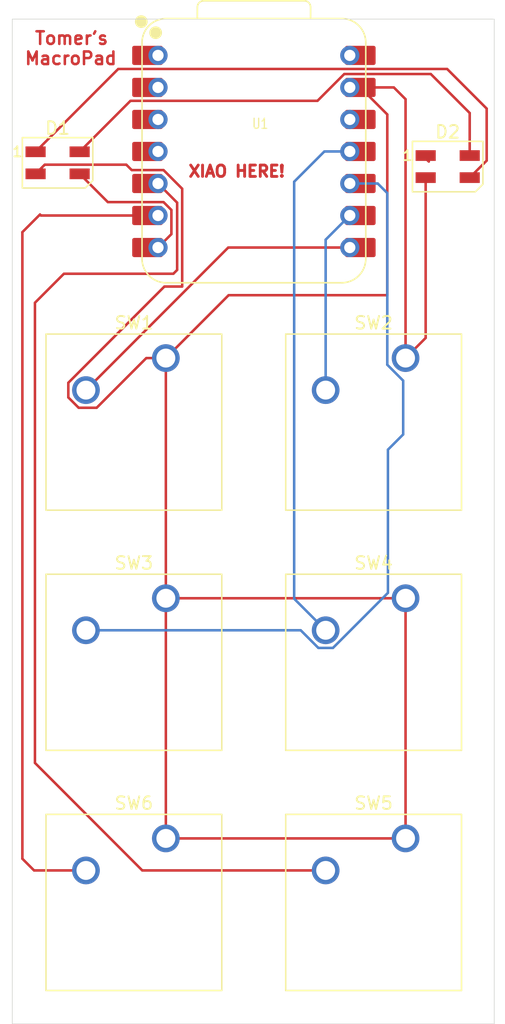
<source format=kicad_pcb>
(kicad_pcb (version 20241229) (generator "pcbnew") (generator_version "9.0")
  (layers (0 "F.Cu" signal) (2 "B.Cu" signal) (13 "F.Paste" user) (15 "B.Paste" user) (5 "F.SilkS" user "F.Silkscreen") (7 "B.SilkS" user "B.Silkscreen") (1 "F.Mask" user) (3 "B.Mask" user) (25 "Edge.Cuts" user))
  (net 0 "")
  (net 1 "GND")
  (net 2 "Net-(D1-DIN)")
  (net 3 "Net-(D1-VDD)")
  (net 4 "Net-(D1-DOUT)")
  (net 5 "unconnected-(D2-DOUT-Pad1)")
  (net 6 "Net-(U1-GPIO1{slash}RX)")
  (net 7 "Net-(U1-GPIO2{slash}SCK)")
  (net 8 "Net-(U1-GPIO4{slash}MISO)")
  (net 9 "Net-(U1-GPIO3{slash}MOSI)")
  (net 14 "+5V")
  (net 16 "Net-(U1-GPIO6{slash}SDA)")
  (net 17 "Net-(U1-GPIO7{slash}SCL)")
  (footprint "MacroPadPCB:XIAO-RP2040-DIP" (layer "F.Cu") (at 90.5 71.4)
    (property "Reference" "U1" (at 0.5 -2.2 0) (layer "F.SilkS") (effects (font (size 0.8 0.635) (thickness 0.1016))))
    (property "Value" "XIAO-RP2040-DIP")
    (fp_line (start -8.89 8.509) (end -8.89 -8.636) (stroke (width 0.127)) (layer "F.SilkS"))
    (fp_line (start -6.985 10.414) (end 6.985 10.414) (stroke (width 0.127)) (layer "F.SilkS"))
    (fp_line (start -4.495 -10.541) (end -4.491272 -11.451272) (stroke (width 0.127)) (layer "F.SilkS"))
    (fp_line (start -3.991272 -11.951) (end 4.004 -11.951) (stroke (width 0.127)) (layer "F.SilkS"))
    (fp_line (start 4.504 -11.451) (end 4.504 -10.541) (stroke (width 0.127)) (layer "F.SilkS"))
    (fp_line (start 6.985 -10.541) (end -6.985 -10.541) (stroke (width 0.1)) (layer "F.SilkS"))
    (fp_line (start 6.985 -10.541) (end -6.985 -10.541) (stroke (width 0.127)) (layer "F.SilkS"))
    (fp_line (start 8.89 8.509) (end 8.89 -8.636) (stroke (width 0.127)) (layer "F.SilkS"))
    (fp_arc (start -8.89 -8.636) (mid -8.332038 -9.983038) (end -6.985 -10.541) (stroke (width 0.127)) (layer "F.SilkS"))
    (fp_arc (start -6.985 10.414) (mid -8.332038 9.856038) (end -8.89 8.509) (stroke (width 0.127)) (layer "F.SilkS"))
    (fp_arc (start -4.491272 -11.451272) (mid -4.344728 -11.80464) (end -3.991272 -11.951) (stroke (width 0.127)) (layer "F.SilkS"))
    (fp_arc (start 4.004 -11.951) (mid 4.357553 -11.804553) (end 4.504 -11.451) (stroke (width 0.127)) (layer "F.SilkS"))
    (fp_arc (start 6.985 -10.541) (mid 8.332038 -9.983038) (end 8.89 -8.636) (stroke (width 0.127)) (layer "F.SilkS"))
    (fp_arc (start 8.89 8.509) (mid 8.332038 9.856038) (end 6.985 10.414) (stroke (width 0.127)) (layer "F.SilkS"))
    (fp_circle (center -8.95 -10.3) (end -8.95 -10.554) (stroke (width 0.5)) (fill yes) (layer "F.SilkS"))
    (fp_circle (center -7.807 -9.42) (end -7.807 -9.674) (stroke (width 0.5)) (fill yes) (layer "F.SilkS"))
    (pad "1" smd roundrect (at -8.455 -7.62 180) (size 2.432 1.524) (layers "F.Cu" "F.Mask") (roundrect_rratio 0.1))
    (pad "1" thru_hole circle (at -7.62 -7.62 180) (size 1.524 1.524) (drill 0.889) (layers "*.Cu" "*.Mask"))
    (pad "2" smd roundrect (at -8.455 -5.08 180) (size 2.432 1.524) (layers "F.Cu" "F.Mask") (roundrect_rratio 0.1))
    (pad "2" thru_hole circle (at -7.62 -5.08 180) (size 1.524 1.524) (drill 0.889) (layers "*.Cu" "*.Mask"))
    (pad "3" smd roundrect (at -8.455 -2.54 180) (size 2.432 1.524) (layers "F.Cu" "F.Mask") (roundrect_rratio 0.1))
    (pad "3" thru_hole circle (at -7.62 -2.54 180) (size 1.524 1.524) (drill 0.889) (layers "*.Cu" "*.Mask"))
    (pad "4" smd roundrect (at -8.455 0 180) (size 2.432 1.524) (layers "F.Cu" "F.Mask") (roundrect_rratio 0.1))
    (pad "4" thru_hole circle (at -7.62 0 180) (size 1.524 1.524) (drill 0.889) (layers "*.Cu" "*.Mask"))
    (pad "5" smd roundrect (at -8.455 2.54 180) (size 2.432 1.524) (layers "F.Cu" "F.Mask") (roundrect_rratio 0.1) (net 16 "Net-(U1-GPIO6{slash}SDA)"))
    (pad "5" thru_hole circle (at -7.62 2.54 180) (size 1.524 1.524) (drill 0.889) (layers "*.Cu" "*.Mask") (net 16 "Net-(U1-GPIO6{slash}SDA)"))
    (pad "6" smd roundrect (at -8.455 5.08 180) (size 2.432 1.524) (layers "F.Cu" "F.Mask") (roundrect_rratio 0.1) (net 17 "Net-(U1-GPIO7{slash}SCL)"))
    (pad "6" thru_hole circle (at -7.62 5.08 180) (size 1.524 1.524) (drill 0.889) (layers "*.Cu" "*.Mask") (net 17 "Net-(U1-GPIO7{slash}SCL)"))
    (pad "7" smd roundrect (at -8.455 7.62 180) (size 2.432 1.524) (layers "F.Cu" "F.Mask") (roundrect_rratio 0.1) (net 2 "Net-(D1-DIN)"))
    (pad "7" thru_hole circle (at -7.62 7.62 180) (size 1.524 1.524) (drill 0.889) (layers "*.Cu" "*.Mask") (net 2 "Net-(D1-DIN)"))
    (pad "8" thru_hole circle (at 7.62 7.62) (size 1.524 1.524) (drill 0.889) (layers "*.Cu" "*.Mask") (net 6 "Net-(U1-GPIO1{slash}RX)"))
    (pad "8" smd roundrect (at 8.455 7.62) (size 2.432 1.524) (layers "F.Cu" "F.Mask") (roundrect_rratio 0.1) (net 6 "Net-(U1-GPIO1{slash}RX)"))
    (pad "9" thru_hole circle (at 7.62 5.08) (size 1.524 1.524) (drill 0.889) (layers "*.Cu" "*.Mask") (net 7 "Net-(U1-GPIO2{slash}SCK)"))
    (pad "9" smd roundrect (at 8.455 5.08) (size 2.432 1.524) (layers "F.Cu" "F.Mask") (roundrect_rratio 0.1) (net 7 "Net-(U1-GPIO2{slash}SCK)"))
    (pad "10" thru_hole circle (at 7.62 2.54) (size 1.524 1.524) (drill 0.889) (layers "*.Cu" "*.Mask") (net 8 "Net-(U1-GPIO4{slash}MISO)"))
    (pad "10" smd roundrect (at 8.455 2.54) (size 2.432 1.524) (layers "F.Cu" "F.Mask") (roundrect_rratio 0.1) (net 8 "Net-(U1-GPIO4{slash}MISO)"))
    (pad "11" thru_hole circle (at 7.62 0) (size 1.524 1.524) (drill 0.889) (layers "*.Cu" "*.Mask") (net 9 "Net-(U1-GPIO3{slash}MOSI)"))
    (pad "11" smd roundrect (at 8.455 0) (size 2.432 1.524) (layers "F.Cu" "F.Mask") (roundrect_rratio 0.1) (net 9 "Net-(U1-GPIO3{slash}MOSI)"))
    (pad "12" thru_hole circle (at 7.62 -2.54) (size 1.524 1.524) (drill 0.889) (layers "*.Cu" "*.Mask"))
    (pad "12" smd roundrect (at 8.455 -2.54) (size 2.432 1.524) (layers "F.Cu" "F.Mask") (roundrect_rratio 0.1))
    (pad "13" thru_hole circle (at 7.62 -5.08) (size 1.524 1.524) (drill 0.889) (layers "*.Cu" "*.Mask") (net 1 "GND"))
    (pad "13" smd roundrect (at 8.455 -5.08) (size 2.432 1.524) (layers "F.Cu" "F.Mask") (roundrect_rratio 0.1) (net 1 "GND"))
    (pad "14" thru_hole circle (at 7.62 -7.62) (size 1.524 1.524) (drill 0.889) (layers "*.Cu" "*.Mask") (net 14 "+5V"))
    (pad "14" smd roundrect (at 8.455 -7.62) (size 2.432 1.524) (layers "F.Cu" "F.Mask") (roundrect_rratio 0.1) (net 14 "+5V"))
  )
  (footprint "Button_Switch_Keyboard:SW_Cherry_MX_1.00u_PCB" (layer "F.Cu") (at 83.5025 106.83875)
    (property "Reference" "SW3" (at -2.54 -2.794 0) (layer "F.SilkS"))
    (property "Value" "SW_Push")
    (fp_line (start -9.525 -1.905) (end 4.445 -1.905) (stroke (width 0.12)) (layer "F.SilkS"))
    (fp_line (start -9.525 12.065) (end -9.525 -1.905) (stroke (width 0.12)) (layer "F.SilkS"))
    (fp_line (start 4.445 -1.905) (end 4.445 12.065) (stroke (width 0.12)) (layer "F.SilkS"))
    (fp_line (start 4.445 12.065) (end -9.525 12.065) (stroke (width 0.12)) (layer "F.SilkS"))
    (pad "" np_thru_hole circle (at -7.62 5.08) (size 1.7 1.7) (drill 1.7) (layers "*.Cu" "*.Mask"))
    (pad "" np_thru_hole circle (at -2.54 5.08) (size 4 4) (drill 4) (layers "*.Cu" "*.Mask"))
    (pad "" np_thru_hole circle (at 2.54 5.08) (size 1.7 1.7) (drill 1.7) (layers "*.Cu" "*.Mask"))
    (pad "1" thru_hole circle (at 0 0) (size 2.2 2.2) (drill 1.5) (layers "*.Cu" "*.Mask") (net 1 "GND"))
    (pad "2" thru_hole circle (at -6.35 2.54) (size 2.2 2.2) (drill 1.5) (layers "*.Cu" "*.Mask") (net 8 "Net-(U1-GPIO4{slash}MISO)"))
  )
  (footprint "Button_Switch_Keyboard:SW_Cherry_MX_1.00u_PCB" (layer "F.Cu") (at 83.5025 87.78875)
    (property "Reference" "SW1" (at -2.54 -2.794 0) (layer "F.SilkS"))
    (property "Value" "SW_Push")
    (fp_line (start -9.525 -1.905) (end 4.445 -1.905) (stroke (width 0.12)) (layer "F.SilkS"))
    (fp_line (start -9.525 12.065) (end -9.525 -1.905) (stroke (width 0.12)) (layer "F.SilkS"))
    (fp_line (start 4.445 -1.905) (end 4.445 12.065) (stroke (width 0.12)) (layer "F.SilkS"))
    (fp_line (start 4.445 12.065) (end -9.525 12.065) (stroke (width 0.12)) (layer "F.SilkS"))
    (pad "" np_thru_hole circle (at -7.62 5.08) (size 1.7 1.7) (drill 1.7) (layers "*.Cu" "*.Mask"))
    (pad "" np_thru_hole circle (at -2.54 5.08) (size 4 4) (drill 4) (layers "*.Cu" "*.Mask"))
    (pad "" np_thru_hole circle (at 2.54 5.08) (size 1.7 1.7) (drill 1.7) (layers "*.Cu" "*.Mask"))
    (pad "1" thru_hole circle (at 0 0) (size 2.2 2.2) (drill 1.5) (layers "*.Cu" "*.Mask") (net 1 "GND"))
    (pad "2" thru_hole circle (at -6.35 2.54) (size 2.2 2.2) (drill 1.5) (layers "*.Cu" "*.Mask") (net 6 "Net-(U1-GPIO1{slash}RX)"))
  )
  (footprint "Button_Switch_Keyboard:SW_Cherry_MX_1.00u_PCB" (layer "F.Cu") (at 83.5025 125.88875)
    (property "Reference" "SW6" (at -2.54 -2.794 0) (layer "F.SilkS"))
    (property "Value" "SW_Push")
    (fp_line (start -9.525 -1.905) (end 4.445 -1.905) (stroke (width 0.12)) (layer "F.SilkS"))
    (fp_line (start -9.525 12.065) (end -9.525 -1.905) (stroke (width 0.12)) (layer "F.SilkS"))
    (fp_line (start 4.445 -1.905) (end 4.445 12.065) (stroke (width 0.12)) (layer "F.SilkS"))
    (fp_line (start 4.445 12.065) (end -9.525 12.065) (stroke (width 0.12)) (layer "F.SilkS"))
    (pad "" np_thru_hole circle (at -7.62 5.08) (size 1.7 1.7) (drill 1.7) (layers "*.Cu" "*.Mask"))
    (pad "" np_thru_hole circle (at -2.54 5.08) (size 4 4) (drill 4) (layers "*.Cu" "*.Mask"))
    (pad "" np_thru_hole circle (at 2.54 5.08) (size 1.7 1.7) (drill 1.7) (layers "*.Cu" "*.Mask"))
    (pad "1" thru_hole circle (at 0 0) (size 2.2 2.2) (drill 1.5) (layers "*.Cu" "*.Mask") (net 1 "GND"))
    (pad "2" thru_hole circle (at -6.35 2.54) (size 2.2 2.2) (drill 1.5) (layers "*.Cu" "*.Mask") (net 17 "Net-(U1-GPIO7{slash}SCL)"))
  )
  (footprint "Button_Switch_Keyboard:SW_Cherry_MX_1.00u_PCB" (layer "F.Cu") (at 102.5525 106.83875)
    (property "Reference" "SW4" (at -2.54 -2.794 0) (layer "F.SilkS"))
    (property "Value" "SW_Push")
    (fp_line (start -9.525 -1.905) (end 4.445 -1.905) (stroke (width 0.12)) (layer "F.SilkS"))
    (fp_line (start -9.525 12.065) (end -9.525 -1.905) (stroke (width 0.12)) (layer "F.SilkS"))
    (fp_line (start 4.445 -1.905) (end 4.445 12.065) (stroke (width 0.12)) (layer "F.SilkS"))
    (fp_line (start 4.445 12.065) (end -9.525 12.065) (stroke (width 0.12)) (layer "F.SilkS"))
    (pad "" np_thru_hole circle (at -7.62 5.08) (size 1.7 1.7) (drill 1.7) (layers "*.Cu" "*.Mask"))
    (pad "" np_thru_hole circle (at -2.54 5.08) (size 4 4) (drill 4) (layers "*.Cu" "*.Mask"))
    (pad "" np_thru_hole circle (at 2.54 5.08) (size 1.7 1.7) (drill 1.7) (layers "*.Cu" "*.Mask"))
    (pad "1" thru_hole circle (at 0 0) (size 2.2 2.2) (drill 1.5) (layers "*.Cu" "*.Mask") (net 1 "GND"))
    (pad "2" thru_hole circle (at -6.35 2.54) (size 2.2 2.2) (drill 1.5) (layers "*.Cu" "*.Mask") (net 9 "Net-(U1-GPIO3{slash}MOSI)"))
  )
  (footprint "LED_SMD:LED_SK6812MINI_PLCC4_3.5x3.5mm_P1.75mm" (layer "F.Cu") (at 105.9 72.6)
    (property "Reference" "D2" (at 0 -2.75 0) (layer "F.SilkS"))
    (property "Value" "SK6812MINI")
    (fp_line (start -2.8 -2) (end -2.8 2) (stroke (width 0.12)) (layer "F.SilkS"))
    (fp_line (start -2.8 -2) (end 2.8 -2) (stroke (width 0.12)) (layer "F.SilkS"))
    (fp_line (start -2.8 2) (end 2.2 2) (stroke (width 0.12)) (layer "F.SilkS"))
    (fp_line (start 2.8 1.4) (end 2.2 2) (stroke (width 0.12)) (layer "F.SilkS"))
    (fp_line (start 2.8 1.4) (end 2.8 -2) (stroke (width 0.12)) (layer "F.SilkS"))
    (fp_text user "1" (at -3.2 -0.875 0) (layer "F.SilkS") (effects (font (size 0.8 0.8))))
    (pad "1" smd rect (at -1.75 -0.875) (size 1.6 0.85) (layers "F.Cu" "F.Mask" "F.Paste") (net 5 "unconnected-(D2-DOUT-Pad1)"))
    (pad "2" smd rect (at -1.75 0.875) (size 1.6 0.85) (layers "F.Cu" "F.Mask" "F.Paste") (net 1 "GND"))
    (pad "3" smd rect (at 1.75 0.875) (size 1.6 0.85) (layers "F.Cu" "F.Mask" "F.Paste") (net 4 "Net-(D1-DOUT)"))
    (pad "4" smd rect (at 1.75 -0.875) (size 1.6 0.85) (layers "F.Cu" "F.Mask" "F.Paste") (net 3 "Net-(D1-VDD)"))
  )
  (footprint "Button_Switch_Keyboard:SW_Cherry_MX_1.00u_PCB" (layer "F.Cu") (at 102.5525 125.88875)
    (property "Reference" "SW5" (at -2.54 -2.794 0) (layer "F.SilkS"))
    (property "Value" "SW_Push")
    (fp_line (start -9.525 -1.905) (end 4.445 -1.905) (stroke (width 0.12)) (layer "F.SilkS"))
    (fp_line (start -9.525 12.065) (end -9.525 -1.905) (stroke (width 0.12)) (layer "F.SilkS"))
    (fp_line (start 4.445 -1.905) (end 4.445 12.065) (stroke (width 0.12)) (layer "F.SilkS"))
    (fp_line (start 4.445 12.065) (end -9.525 12.065) (stroke (width 0.12)) (layer "F.SilkS"))
    (pad "" np_thru_hole circle (at -7.62 5.08) (size 1.7 1.7) (drill 1.7) (layers "*.Cu" "*.Mask"))
    (pad "" np_thru_hole circle (at -2.54 5.08) (size 4 4) (drill 4) (layers "*.Cu" "*.Mask"))
    (pad "" np_thru_hole circle (at 2.54 5.08) (size 1.7 1.7) (drill 1.7) (layers "*.Cu" "*.Mask"))
    (pad "1" thru_hole circle (at 0 0) (size 2.2 2.2) (drill 1.5) (layers "*.Cu" "*.Mask") (net 1 "GND"))
    (pad "2" thru_hole circle (at -6.35 2.54) (size 2.2 2.2) (drill 1.5) (layers "*.Cu" "*.Mask") (net 16 "Net-(U1-GPIO6{slash}SDA)"))
  )
  (footprint "Button_Switch_Keyboard:SW_Cherry_MX_1.00u_PCB" (layer "F.Cu") (at 102.5525 87.78875)
    (property "Reference" "SW2" (at -2.54 -2.794 0) (layer "F.SilkS"))
    (property "Value" "SW_Push")
    (fp_line (start -9.525 -1.905) (end 4.445 -1.905) (stroke (width 0.12)) (layer "F.SilkS"))
    (fp_line (start -9.525 12.065) (end -9.525 -1.905) (stroke (width 0.12)) (layer "F.SilkS"))
    (fp_line (start 4.445 -1.905) (end 4.445 12.065) (stroke (width 0.12)) (layer "F.SilkS"))
    (fp_line (start 4.445 12.065) (end -9.525 12.065) (stroke (width 0.12)) (layer "F.SilkS"))
    (pad "" np_thru_hole circle (at -7.62 5.08) (size 1.7 1.7) (drill 1.7) (layers "*.Cu" "*.Mask"))
    (pad "" np_thru_hole circle (at -2.54 5.08) (size 4 4) (drill 4) (layers "*.Cu" "*.Mask"))
    (pad "" np_thru_hole circle (at 2.54 5.08) (size 1.7 1.7) (drill 1.7) (layers "*.Cu" "*.Mask"))
    (pad "1" thru_hole circle (at 0 0) (size 2.2 2.2) (drill 1.5) (layers "*.Cu" "*.Mask") (net 1 "GND"))
    (pad "2" thru_hole circle (at -6.35 2.54) (size 2.2 2.2) (drill 1.5) (layers "*.Cu" "*.Mask") (net 7 "Net-(U1-GPIO2{slash}SCK)"))
  )
  (footprint "LED_SMD:LED_SK6812MINI_PLCC4_3.5x3.5mm_P1.75mm" (layer "F.Cu") (at 74.9 72.3)
    (property "Reference" "D1" (at 0 -2.75 0) (layer "F.SilkS"))
    (property "Value" "SK6812MINI")
    (fp_line (start -2.8 -2) (end -2.8 2) (stroke (width 0.12)) (layer "F.SilkS"))
    (fp_line (start -2.8 -2) (end 2.8 -2) (stroke (width 0.12)) (layer "F.SilkS"))
    (fp_line (start -2.8 2) (end 2.2 2) (stroke (width 0.12)) (layer "F.SilkS"))
    (fp_line (start 2.8 1.4) (end 2.2 2) (stroke (width 0.12)) (layer "F.SilkS"))
    (fp_line (start 2.8 1.4) (end 2.8 -2) (stroke (width 0.12)) (layer "F.SilkS"))
    (fp_text user "1" (at -3.2 -0.875 0) (layer "F.SilkS") (effects (font (size 0.8 0.8))))
    (pad "1" smd rect (at -1.75 -0.875) (size 1.6 0.85) (layers "F.Cu" "F.Mask" "F.Paste") (net 4 "Net-(D1-DOUT)"))
    (pad "2" smd rect (at -1.75 0.875) (size 1.6 0.85) (layers "F.Cu" "F.Mask" "F.Paste") (net 1 "GND"))
    (pad "3" smd rect (at 1.75 0.875) (size 1.6 0.85) (layers "F.Cu" "F.Mask" "F.Paste") (net 2 "Net-(D1-DIN)"))
    (pad "4" smd rect (at 1.75 -0.875) (size 1.6 0.85) (layers "F.Cu" "F.Mask" "F.Paste") (net 3 "Net-(D1-VDD)"))
  )
  (gr_rect (start 71.3 60.9) (end 109.6 140.6) (stroke (width 0.05)) (fill no) (layer "Edge.Cuts"))
  (gr_text "Tomer's" (at 73 63 0) (layer "F.Cu") (effects (font (size 1 1) (thickness 0.2) (bold yes)) (justify left bottom)))
  (gr_text "MacroPad" (at 72.2 64.6 0) (layer "F.Cu") (effects (font (size 1 1) (thickness 0.2) (bold yes)) (justify left bottom)))
  (gr_text "XIAO HERE!" (at 85.2 73.5 0) (layer "F.Cu") (effects (font (size 0.9 0.9) (thickness 0.225) (bold yes)) (justify left bottom)))
  (segment (start 102.5525 87.78875) (end 104.15 86.19125) (width 0.2) (layer "F.Cu") (net 1))
  (segment (start 73.876 72.449) (end 80.361374 72.449) (width 0.2) (layer "F.Cu") (net 1))
  (segment (start 75.7515 89.748436) (end 75.7515 90.909064) (width 0.2) (layer "F.Cu") (net 1))
  (segment (start 101.1 82.8) (end 101.1 68.465) (width 0.2) (layer "F.Cu") (net 1))
  (segment (start 73.15 73.175) (end 73.876 72.449) (width 0.2) (layer "F.Cu") (net 1))
  (segment (start 76.572186 91.72975) (end 78.005866 91.72975) (width 0.2) (layer "F.Cu") (net 1))
  (segment (start 88.49125 82.8) (end 101.1 82.8) (width 0.2) (layer "F.Cu") (net 1))
  (segment (start 80.789374 72.877) (end 83.32031 72.877) (width 0.2) (layer "F.Cu") (net 1))
  (segment (start 84.801 82.11315) (end 83.386786 82.11315) (width 0.2) (layer "F.Cu") (net 1))
  (segment (start 84.801 74.35769) (end 84.801 82.11315) (width 0.2) (layer "F.Cu") (net 1))
  (segment (start 83.5025 125.88875) (end 102.5525 125.88875) (width 0.2) (layer "F.Cu") (net 1))
  (segment (start 83.5025 87.78875) (end 88.49125 82.8) (width 0.2) (layer "F.Cu") (net 1))
  (segment (start 83.5025 106.83875) (end 83.5025 87.78875) (width 0.2) (layer "F.Cu") (net 1))
  (segment (start 102.5525 106.83875) (end 83.5025 106.83875) (width 0.2) (layer "F.Cu") (net 1))
  (segment (start 80.361374 72.449) (end 80.789374 72.877) (width 0.2) (layer "F.Cu") (net 1))
  (segment (start 101.62 66.32) (end 98.12 66.32) (width 0.2) (layer "F.Cu") (net 1))
  (segment (start 78.005866 91.72975) (end 81.946866 87.78875) (width 0.2) (layer "F.Cu") (net 1))
  (segment (start 83.386786 82.11315) (end 75.7515 89.748436) (width 0.2) (layer "F.Cu") (net 1))
  (segment (start 101.1 68.465) (end 98.955 66.32) (width 0.2) (layer "F.Cu") (net 1))
  (segment (start 102.5525 67.2525) (end 101.62 66.32) (width 0.2) (layer "F.Cu") (net 1))
  (segment (start 83.5025 106.83875) (end 83.5025 125.88875) (width 0.2) (layer "F.Cu") (net 1))
  (segment (start 102.5525 87.78875) (end 102.5525 67.2525) (width 0.2) (layer "F.Cu") (net 1))
  (segment (start 102.5525 125.88875) (end 102.5525 106.83875) (width 0.2) (layer "F.Cu") (net 1))
  (segment (start 75.7515 90.909064) (end 76.572186 91.72975) (width 0.2) (layer "F.Cu") (net 1))
  (segment (start 83.32031 72.877) (end 84.801 74.35769) (width 0.2) (layer "F.Cu") (net 1))
  (segment (start 81.946866 87.78875) (end 83.5025 87.78875) (width 0.2) (layer "F.Cu") (net 1))
  (segment (start 104.15 86.19125) (end 104.15 73.475) (width 0.2) (layer "F.Cu") (net 1))
  (segment (start 83.943 76.03969) (end 83.943 77.957) (width 0.2) (layer "F.Cu") (net 2))
  (segment (start 78.892 75.417) (end 83.32031 75.417) (width 0.2) (layer "F.Cu") (net 2))
  (segment (start 83.32031 75.417) (end 83.943 76.03969) (width 0.2) (layer "F.Cu") (net 2))
  (segment (start 83.943 77.957) (end 82.88 79.02) (width 0.2) (layer "F.Cu") (net 2))
  (segment (start 76.65 73.175) (end 78.892 75.417) (width 0.2) (layer "F.Cu") (net 2))
  (segment (start 95.55369 67.383) (end 97.67969 65.257) (width 0.2) (layer "F.Cu") (net 3))
  (segment (start 76.65 71.425) (end 80.692 67.383) (width 0.2) (layer "F.Cu") (net 3))
  (segment (start 104.557 65.257) (end 107.65 68.35) (width 0.2) (layer "F.Cu") (net 3))
  (segment (start 107.65 68.35) (end 107.65 71.725) (width 0.2) (layer "F.Cu") (net 3))
  (segment (start 80.692 67.383) (end 95.55369 67.383) (width 0.2) (layer "F.Cu") (net 3))
  (segment (start 97.67969 65.257) (end 104.557 65.257) (width 0.2) (layer "F.Cu") (net 3))
  (segment (start 108.999 72.126) (end 107.65 73.475) (width 0.2) (layer "F.Cu") (net 4))
  (segment (start 79.719 64.856) (end 105.856 64.856) (width 0.2) (layer "F.Cu") (net 4))
  (segment (start 105.856 64.856) (end 108.999 67.999) (width 0.2) (layer "F.Cu") (net 4))
  (segment (start 73.15 71.425) (end 79.719 64.856) (width 0.2) (layer "F.Cu") (net 4))
  (segment (start 108.999 67.999) (end 108.999 72.126) (width 0.2) (layer "F.Cu") (net 4))
  (segment (start 104.15 71.95) (end 104.4 72.2) (width 0.2) (layer "F.Cu") (net 5))
  (segment (start 104.15 71.725) (end 104.15 71.95) (width 0.2) (layer "F.Cu") (net 5))
  (segment (start 77.1525 90.32875) (end 88.46125 79.02) (width 0.2) (layer "F.Cu") (net 6))
  (segment (start 88.46125 79.02) (end 98.12 79.02) (width 0.2) (layer "F.Cu") (net 6))
  (segment (start 96.2025 90.32875) (end 96.2025 78.3975) (width 0.2) (layer "B.Cu") (net 7))
  (segment (start 96.2025 78.3975) (end 98.12 76.48) (width 0.2) (layer "B.Cu") (net 7))
  (segment (start 100.34 73.94) (end 98.12 73.94) (width 0.2) (layer "B.Cu") (net 8))
  (segment (start 102.3635 93.842566) (end 102.3635 89.581064) (width 0.2) (layer "B.Cu") (net 8))
  (segment (start 77.1525 109.37875) (end 94.221186 109.37875) (width 0.2) (layer "B.Cu") (net 8))
  (segment (start 101.1515 95.054566) (end 102.3635 93.842566) (width 0.2) (layer "B.Cu") (net 8))
  (segment (start 101.1 74.7) (end 100.34 73.94) (width 0.2) (layer "B.Cu") (net 8))
  (segment (start 94.221186 109.37875) (end 95.622186 110.77975) (width 0.2) (layer "B.Cu") (net 8))
  (segment (start 95.622186 110.77975) (end 96.782814 110.77975) (width 0.2) (layer "B.Cu") (net 8))
  (segment (start 102.3635 89.581064) (end 101.1 88.317564) (width 0.2) (layer "B.Cu") (net 8))
  (segment (start 96.782814 110.77975) (end 101.1515 106.411064) (width 0.2) (layer "B.Cu") (net 8))
  (segment (start 101.1515 106.411064) (end 101.1515 95.054566) (width 0.2) (layer "B.Cu") (net 8))
  (segment (start 101.1 88.317564) (end 101.1 74.7) (width 0.2) (layer "B.Cu") (net 8))
  (segment (start 93.7 106.87625) (end 93.7 73.8) (width 0.2) (layer "B.Cu") (net 9))
  (segment (start 96.2025 109.37875) (end 93.7 106.87625) (width 0.2) (layer "B.Cu") (net 9))
  (segment (start 96.1 71.4) (end 98.12 71.4) (width 0.2) (layer "B.Cu") (net 9))
  (segment (start 93.7 73.8) (end 96.1 71.4) (width 0.2) (layer "B.Cu") (net 9))
  (segment (start 84.4 75.46) (end 82.88 73.94) (width 0.2) (layer "F.Cu") (net 16))
  (segment (start 75.4 81.1) (end 84.1 81.1) (width 0.2) (layer "F.Cu") (net 16))
  (segment (start 84.1 81.1) (end 84.4 80.8) (width 0.2) (layer "F.Cu") (net 16))
  (segment (start 73.1 83.4) (end 75.4 81.1) (width 0.2) (layer "F.Cu") (net 16))
  (segment (start 81.62875 128.42875) (end 73.1 119.9) (width 0.2) (layer "F.Cu") (net 16))
  (segment (start 96.2025 128.42875) (end 81.62875 128.42875) (width 0.2) (layer "F.Cu") (net 16))
  (segment (start 73.1 119.9) (end 73.1 83.4) (width 0.2) (layer "F.Cu") (net 16))
  (segment (start 84.4 80.8) (end 84.4 75.46) (width 0.2) (layer "F.Cu") (net 16))
  (segment (start 72.1 77.8) (end 73.5 76.4) (width 0.2) (layer "F.Cu") (net 17))
  (segment (start 77.1525 128.42875) (end 73.02875 128.42875) (width 0.2) (layer "F.Cu") (net 17))
  (segment (start 73.58 76.48) (end 82.045 76.48) (width 0.2) (layer "F.Cu") (net 17))
  (segment (start 73.5 76.4) (end 73.58 76.48) (width 0.2) (layer "F.Cu") (net 17))
  (segment (start 73.02875 128.42875) (end 72.1 127.5) (width 0.2) (layer "F.Cu") (net 17))
  (segment (start 72.1 127.5) (end 72.1 77.8) (width 0.2) (layer "F.Cu") (net 17))
)
</source>
